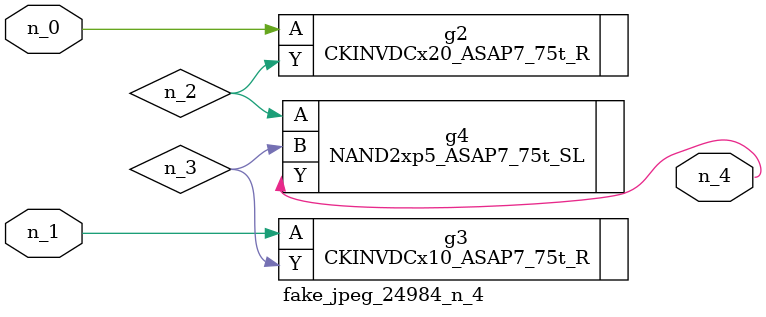
<source format=v>
module fake_jpeg_24984_n_4 (n_0, n_1, n_4);

input n_0;
input n_1;

output n_4;

wire n_2;
wire n_3;

CKINVDCx20_ASAP7_75t_R g2 ( 
.A(n_0),
.Y(n_2)
);

CKINVDCx10_ASAP7_75t_R g3 ( 
.A(n_1),
.Y(n_3)
);

NAND2xp5_ASAP7_75t_SL g4 ( 
.A(n_2),
.B(n_3),
.Y(n_4)
);


endmodule
</source>
